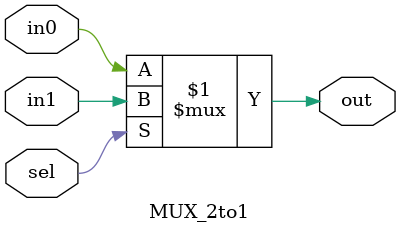
<source format=v>
module MUX_2to1( in0, in1, sel, out );

input in0, in1;
input sel;
output out;

wire out;

assign out = sel ? in1 : in0;

endmodule
</source>
